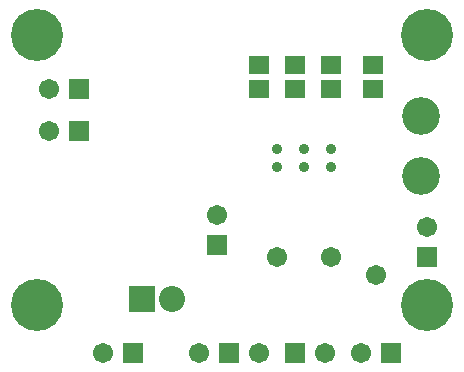
<source format=gbs>
%FSLAX44Y44*%
%MOMM*%
G71*
G01*
G75*
G04 Layer_Color=16711935*
%ADD10R,1.5000X1.4000*%
%ADD11O,0.3500X2.0000*%
%ADD12R,1.4000X1.5000*%
%ADD13O,2.5000X0.7000*%
%ADD14C,0.2540*%
%ADD15C,0.3810*%
%ADD16C,0.5080*%
%ADD17R,1.5000X1.5000*%
%ADD18C,1.5000*%
%ADD19R,1.5000X1.5000*%
%ADD20C,3.0000*%
%ADD21R,2.0000X2.0000*%
%ADD22C,2.0000*%
%ADD23C,4.2000*%
%ADD24C,0.7000*%
%ADD25C,0.2500*%
%ADD26C,0.6000*%
%ADD27C,0.2000*%
%ADD28C,0.1000*%
%ADD29C,0.1270*%
%ADD30R,1.7032X1.6032*%
%ADD31O,0.5532X2.2032*%
%ADD32R,1.6032X1.7032*%
%ADD33O,2.7032X0.9032*%
%ADD34R,1.7032X1.7032*%
%ADD35C,1.7032*%
%ADD36R,1.7032X1.7032*%
%ADD37C,3.2032*%
%ADD38R,2.2032X2.2032*%
%ADD39C,2.2032*%
%ADD40C,4.4032*%
%ADD41C,0.9032*%
D30*
X782320Y1193640D02*
D03*
Y1173640D02*
D03*
X817880Y1193640D02*
D03*
Y1173640D02*
D03*
X721360Y1193640D02*
D03*
Y1173640D02*
D03*
X751840Y1193640D02*
D03*
Y1173640D02*
D03*
D34*
X685800Y1041400D02*
D03*
X863600Y1031240D02*
D03*
D35*
X685800Y1066800D02*
D03*
X863600Y1056640D02*
D03*
X721360Y949960D02*
D03*
X777240D02*
D03*
X807720D02*
D03*
X589280D02*
D03*
X543560Y1137920D02*
D03*
Y1173480D02*
D03*
X670560Y949960D02*
D03*
X820420Y1016000D02*
D03*
X736600Y1031240D02*
D03*
X782320D02*
D03*
D36*
X695960Y949960D02*
D03*
X751840D02*
D03*
X833120D02*
D03*
X614680D02*
D03*
X568960Y1137920D02*
D03*
Y1173480D02*
D03*
D37*
X858520Y1099820D02*
D03*
X858521Y1150646D02*
D03*
D38*
X622300Y995680D02*
D03*
D39*
X647700D02*
D03*
D40*
X863600Y990600D02*
D03*
X533400D02*
D03*
X863600Y1219200D02*
D03*
X533400D02*
D03*
D41*
X759460Y1122680D02*
D03*
Y1107440D02*
D03*
X782320D02*
D03*
Y1122680D02*
D03*
X736600Y1107440D02*
D03*
Y1122680D02*
D03*
M02*

</source>
